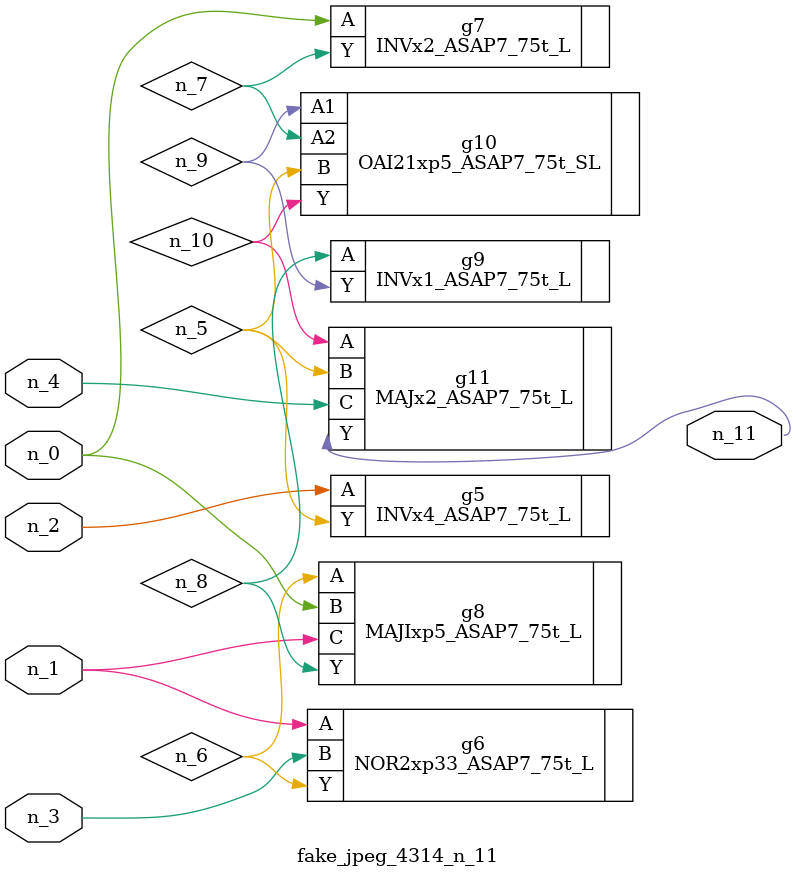
<source format=v>
module fake_jpeg_4314_n_11 (n_3, n_2, n_1, n_0, n_4, n_11);

input n_3;
input n_2;
input n_1;
input n_0;
input n_4;

output n_11;

wire n_10;
wire n_8;
wire n_9;
wire n_6;
wire n_5;
wire n_7;

INVx4_ASAP7_75t_L g5 ( 
.A(n_2),
.Y(n_5)
);

NOR2xp33_ASAP7_75t_L g6 ( 
.A(n_1),
.B(n_3),
.Y(n_6)
);

INVx2_ASAP7_75t_L g7 ( 
.A(n_0),
.Y(n_7)
);

MAJIxp5_ASAP7_75t_L g8 ( 
.A(n_6),
.B(n_0),
.C(n_1),
.Y(n_8)
);

INVx1_ASAP7_75t_L g9 ( 
.A(n_8),
.Y(n_9)
);

OAI21xp5_ASAP7_75t_SL g10 ( 
.A1(n_9),
.A2(n_7),
.B(n_5),
.Y(n_10)
);

MAJx2_ASAP7_75t_L g11 ( 
.A(n_10),
.B(n_5),
.C(n_4),
.Y(n_11)
);


endmodule
</source>
